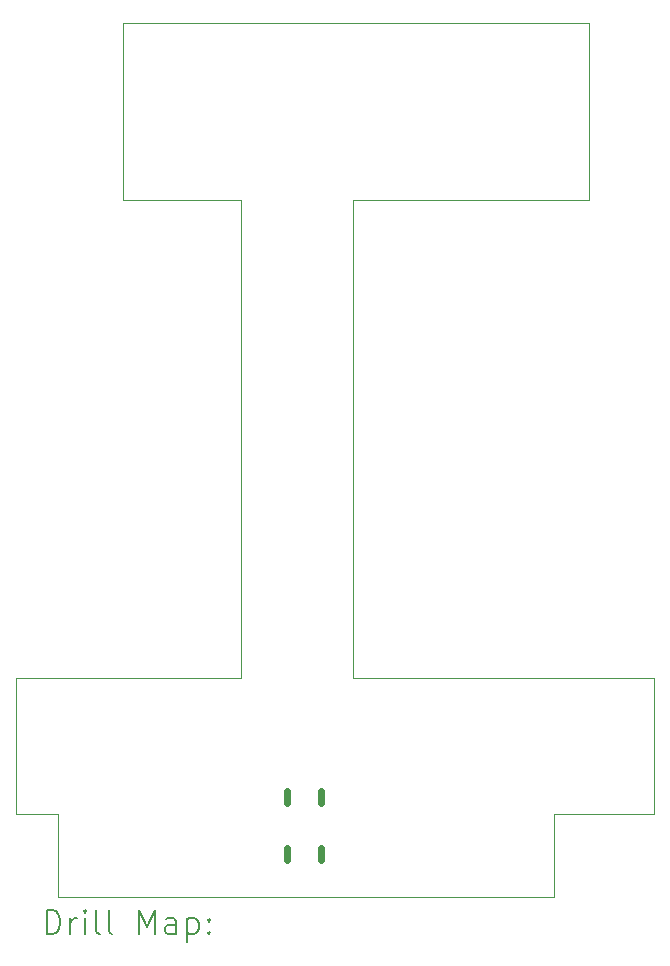
<source format=gbr>
%TF.GenerationSoftware,KiCad,Pcbnew,8.0.7*%
%TF.CreationDate,2024-12-25T21:37:55+08:00*%
%TF.ProjectId,The Button,54686520-4275-4747-946f-6e2e6b696361,rev?*%
%TF.SameCoordinates,Original*%
%TF.FileFunction,Drillmap*%
%TF.FilePolarity,Positive*%
%FSLAX45Y45*%
G04 Gerber Fmt 4.5, Leading zero omitted, Abs format (unit mm)*
G04 Created by KiCad (PCBNEW 8.0.7) date 2024-12-25 21:37:55*
%MOMM*%
%LPD*%
G01*
G04 APERTURE LIST*
%ADD10C,0.050000*%
%ADD11C,0.609600*%
%ADD12C,0.200000*%
G04 APERTURE END LIST*
D10*
X15550000Y-2400000D02*
X19500000Y-2400000D01*
X15000000Y-9100000D02*
X14650000Y-9100000D01*
X20050000Y-7950000D02*
X17500000Y-7950000D01*
X19500000Y-3900000D02*
X19500000Y-2400000D01*
X14650000Y-7950000D02*
X16550000Y-7950000D01*
X20050000Y-9100000D02*
X20050000Y-7950000D01*
X19200000Y-9100000D02*
X20050000Y-9100000D01*
X17500000Y-3900000D02*
X19500000Y-3900000D01*
X19200000Y-9800000D02*
X19200000Y-9100000D01*
X14650000Y-9100000D02*
X14650000Y-7950000D01*
X15000000Y-9800000D02*
X15000000Y-9100000D01*
X16550000Y-3900000D02*
X15550000Y-3900000D01*
X15550000Y-3900000D02*
X15550000Y-2400000D01*
X19200000Y-9800000D02*
X15000000Y-9800000D01*
X17500000Y-7950000D02*
X17500000Y-3900000D01*
X16550000Y-7950000D02*
X16550000Y-3900000D01*
D11*
X16946000Y-9004530D02*
X16946000Y-8905470D01*
X16946000Y-9484530D02*
X16946000Y-9385470D01*
X17232000Y-9004530D02*
X17232000Y-8905470D01*
X17232000Y-9484530D02*
X17232000Y-9385470D01*
D12*
X14908277Y-10113984D02*
X14908277Y-9913984D01*
X14908277Y-9913984D02*
X14955896Y-9913984D01*
X14955896Y-9913984D02*
X14984467Y-9923508D01*
X14984467Y-9923508D02*
X15003515Y-9942555D01*
X15003515Y-9942555D02*
X15013039Y-9961603D01*
X15013039Y-9961603D02*
X15022562Y-9999698D01*
X15022562Y-9999698D02*
X15022562Y-10028270D01*
X15022562Y-10028270D02*
X15013039Y-10066365D01*
X15013039Y-10066365D02*
X15003515Y-10085412D01*
X15003515Y-10085412D02*
X14984467Y-10104460D01*
X14984467Y-10104460D02*
X14955896Y-10113984D01*
X14955896Y-10113984D02*
X14908277Y-10113984D01*
X15108277Y-10113984D02*
X15108277Y-9980650D01*
X15108277Y-10018746D02*
X15117801Y-9999698D01*
X15117801Y-9999698D02*
X15127324Y-9990174D01*
X15127324Y-9990174D02*
X15146372Y-9980650D01*
X15146372Y-9980650D02*
X15165420Y-9980650D01*
X15232086Y-10113984D02*
X15232086Y-9980650D01*
X15232086Y-9913984D02*
X15222562Y-9923508D01*
X15222562Y-9923508D02*
X15232086Y-9933031D01*
X15232086Y-9933031D02*
X15241610Y-9923508D01*
X15241610Y-9923508D02*
X15232086Y-9913984D01*
X15232086Y-9913984D02*
X15232086Y-9933031D01*
X15355896Y-10113984D02*
X15336848Y-10104460D01*
X15336848Y-10104460D02*
X15327324Y-10085412D01*
X15327324Y-10085412D02*
X15327324Y-9913984D01*
X15460658Y-10113984D02*
X15441610Y-10104460D01*
X15441610Y-10104460D02*
X15432086Y-10085412D01*
X15432086Y-10085412D02*
X15432086Y-9913984D01*
X15689229Y-10113984D02*
X15689229Y-9913984D01*
X15689229Y-9913984D02*
X15755896Y-10056841D01*
X15755896Y-10056841D02*
X15822562Y-9913984D01*
X15822562Y-9913984D02*
X15822562Y-10113984D01*
X16003515Y-10113984D02*
X16003515Y-10009222D01*
X16003515Y-10009222D02*
X15993991Y-9990174D01*
X15993991Y-9990174D02*
X15974943Y-9980650D01*
X15974943Y-9980650D02*
X15936848Y-9980650D01*
X15936848Y-9980650D02*
X15917801Y-9990174D01*
X16003515Y-10104460D02*
X15984467Y-10113984D01*
X15984467Y-10113984D02*
X15936848Y-10113984D01*
X15936848Y-10113984D02*
X15917801Y-10104460D01*
X15917801Y-10104460D02*
X15908277Y-10085412D01*
X15908277Y-10085412D02*
X15908277Y-10066365D01*
X15908277Y-10066365D02*
X15917801Y-10047317D01*
X15917801Y-10047317D02*
X15936848Y-10037793D01*
X15936848Y-10037793D02*
X15984467Y-10037793D01*
X15984467Y-10037793D02*
X16003515Y-10028270D01*
X16098753Y-9980650D02*
X16098753Y-10180650D01*
X16098753Y-9990174D02*
X16117801Y-9980650D01*
X16117801Y-9980650D02*
X16155896Y-9980650D01*
X16155896Y-9980650D02*
X16174943Y-9990174D01*
X16174943Y-9990174D02*
X16184467Y-9999698D01*
X16184467Y-9999698D02*
X16193991Y-10018746D01*
X16193991Y-10018746D02*
X16193991Y-10075889D01*
X16193991Y-10075889D02*
X16184467Y-10094936D01*
X16184467Y-10094936D02*
X16174943Y-10104460D01*
X16174943Y-10104460D02*
X16155896Y-10113984D01*
X16155896Y-10113984D02*
X16117801Y-10113984D01*
X16117801Y-10113984D02*
X16098753Y-10104460D01*
X16279705Y-10094936D02*
X16289229Y-10104460D01*
X16289229Y-10104460D02*
X16279705Y-10113984D01*
X16279705Y-10113984D02*
X16270182Y-10104460D01*
X16270182Y-10104460D02*
X16279705Y-10094936D01*
X16279705Y-10094936D02*
X16279705Y-10113984D01*
X16279705Y-9990174D02*
X16289229Y-9999698D01*
X16289229Y-9999698D02*
X16279705Y-10009222D01*
X16279705Y-10009222D02*
X16270182Y-9999698D01*
X16270182Y-9999698D02*
X16279705Y-9990174D01*
X16279705Y-9990174D02*
X16279705Y-10009222D01*
M02*

</source>
